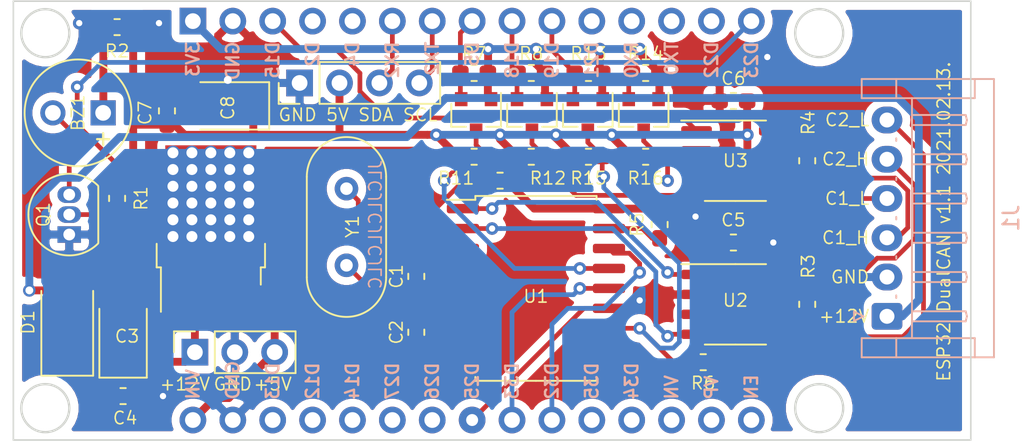
<source format=kicad_pcb>
(kicad_pcb (version 20171130) (host pcbnew "(5.1.5)-3")
  (layers (0 F.Cu signal) (31 B.Cu signal) (34 B.Paste user) (35 F.Paste user hide) (36 B.SilkS user) (37 F.SilkS user) (38 B.Mask user) (39 F.Mask user hide) (44 Edge.Cuts user))
  (net 0 "")
  (net 1 GNDD)
  (net 2 "Net-(C2-Pad1)")
  (net 3 "Net-(C1-Pad1)")
  (net 4 5V)
  (net 5 /MOSI)
  (net 6 /SCK)
  (net 7 /MISO)
  (net 8 /+12V)
  (net 9 /3V3)
  (net 10 /CAN_TX)
  (net 11 /CAN_RX)
  (net 12 /BZ)
  (net 13 "Net-(Q1-Pad2)")
  (net 14 "Net-(BZ1-Pad1)")
  (net 15 "Net-(BZ1-Pad2)")
  (net 16 /IRQ)
  (net 17 /+12V_D)
  (net 18 /MISO_R)
  (net 19 /CAN_RX_R)
  (net 20 /IRQ_R)
  (net 21 /CAN2_L)
  (net 22 /CAN2_H)
  (net 23 /CAN1_L)
  (net 24 /CAN1_H)
  (net 25 "Net-(Q5-Pad3)")
  (net 26 "Net-(Q5-Pad2)")
  (net 27 "Net-(R5-Pad1)")
  (net 28 /CS_CAN)
  (net 29 "Net-(U1-Pad2)")
  (net 30 "Net-(U1-Pad1)")
  (net 31 /TX2)
  (net 32 /RX2)
  (module Resistor_SMD:R_0603_1608Metric_Pad1.05x0.95mm_HandSolder (layer F.Cu) (at 160.51 138.811)
    (fp_text reference R6 (at 0 1.3335) (layer F.SilkS) (effects (font (size 0.8 0.8) (thickness 0.1))))
    (fp_text value 10K)
    (pad 2 smd roundrect (at 0.875 0) (size 1.05 0.95) (layers F.Cu F.Paste F.Mask) (net 4 5V))
    (pad 1 smd roundrect (at -0.875 0) (size 1.05 0.95) (layers F.Cu F.Paste F.Mask) (net 16 /IRQ))
  )
  (module Connector_PinHeader_2.54mm:PinHeader_1x04_P2.54mm_Vertical (layer F.Cu) (at 134.8105 121.031 90)
    (fp_text reference J3 hide)
    (fp_text value Conn_01x04_Male)
    (pad 4 thru_hole oval (at 0 7.62 90) (size 1.7 1.7) (drill 1) (layers *.Cu *.Mask) (net 31 /TX2))
    (pad 3 thru_hole oval (at 0 5.08 90) (size 1.7 1.7) (drill 1) (layers *.Cu *.Mask) (net 32 /RX2))
    (pad 2 thru_hole oval (at 0 2.54 90) (size 1.7 1.7) (drill 1) (layers *.Cu *.Mask) (net 4 5V))
    (pad 1 thru_hole rect (at 0 0 90) (size 1.7 1.7) (drill 1) (layers *.Cu *.Mask) (net 1 GNDD))
  )
  (module Capacitor_SMD:C_0603_1608Metric_Pad1.05x0.95mm_HandSolder (layer F.Cu) (at 162.433 131.191)
    (fp_text reference C5 (at 0 -1.43) (layer F.SilkS) (effects (font (size 0.8 0.8) (thickness 0.1))))
    (fp_text value 100nF)
    (pad 2 smd roundrect (at 0.875 0) (size 1.05 0.95) (layers F.Cu F.Paste F.Mask) (net 4 5V))
    (pad 1 smd roundrect (at -0.875 0) (size 1.05 0.95) (layers F.Cu F.Paste F.Mask) (net 1 GNDD))
  )
  (module Package_SO:SOIC-18W_7.5x11.6mm_P1.27mm (layer F.Cu) (at 149.86 134.112)
    (fp_text reference U1 (at 0 0.508) (layer F.SilkS) (effects (font (size 0.8 0.8) (thickness 0.1))))
    (fp_text value MCP2515-xSO)
    (pad 18 smd roundrect (at 4.65 -5.08) (size 2.05 0.6) (layers F.Cu F.Paste F.Mask) (net 4 5V))
    (pad 17 smd roundrect (at 4.65 -3.81) (size 2.05 0.6) (layers F.Cu F.Paste F.Mask) (net 27 "Net-(R5-Pad1)"))
    (pad 16 smd roundrect (at 4.65 -2.54) (size 2.05 0.6) (layers F.Cu F.Paste F.Mask) (net 28 /CS_CAN))
    (pad 15 smd roundrect (at 4.65 -1.27) (size 2.05 0.6) (layers F.Cu F.Paste F.Mask) (net 7 /MISO))
    (pad 14 smd roundrect (at 4.65 0) (size 2.05 0.6) (layers F.Cu F.Paste F.Mask) (net 5 /MOSI))
    (pad 13 smd roundrect (at 4.65 1.27) (size 2.05 0.6) (layers F.Cu F.Paste F.Mask) (net 6 /SCK))
    (pad 12 smd roundrect (at 4.65 2.54) (size 2.05 0.6) (layers F.Cu F.Paste F.Mask) (net 16 /IRQ))
    (pad 11 smd roundrect (at 4.65 3.81) (size 2.05 0.6) (layers F.Cu F.Paste F.Mask))
    (pad 10 smd roundrect (at 4.65 5.08) (size 2.05 0.6) (layers F.Cu F.Paste F.Mask))
    (pad 9 smd roundrect (at -4.65 5.08) (size 2.05 0.6) (layers F.Cu F.Paste F.Mask) (net 1 GNDD))
    (pad 8 smd roundrect (at -4.65 3.81) (size 2.05 0.6) (layers F.Cu F.Paste F.Mask) (net 2 "Net-(C2-Pad1)"))
    (pad 7 smd roundrect (at -4.65 2.54) (size 2.05 0.6) (layers F.Cu F.Paste F.Mask) (net 3 "Net-(C1-Pad1)"))
    (pad 6 smd roundrect (at -4.65 1.27) (size 2.05 0.6) (layers F.Cu F.Paste F.Mask))
    (pad 5 smd roundrect (at -4.65 0) (size 2.05 0.6) (layers F.Cu F.Paste F.Mask))
    (pad 4 smd roundrect (at -4.65 -1.27) (size 2.05 0.6) (layers F.Cu F.Paste F.Mask))
    (pad 3 smd roundrect (at -4.65 -2.54) (size 2.05 0.6) (layers F.Cu F.Paste F.Mask))
    (pad 2 smd roundrect (at -4.65 -3.81) (size 2.05 0.6) (layers F.Cu F.Paste F.Mask) (net 29 "Net-(U1-Pad2)"))
    (pad 1 smd roundrect (at -4.65 -5.08) (size 2.05 0.6) (layers F.Cu F.Paste F.Mask) (net 30 "Net-(U1-Pad1)"))
  )
  (module Capacitor_SMD:C_0603_1608Metric_Pad1.05x0.95mm_HandSolder (layer F.Cu) (at 147.574 127.254)
    (fp_text reference C9 hide)
    (fp_text value 100nF)
    (pad 2 smd roundrect (at 0.875 0) (size 1.05 0.95) (layers F.Cu F.Paste F.Mask) (net 4 5V))
    (pad 1 smd roundrect (at -0.875 0) (size 1.05 0.95) (layers F.Cu F.Paste F.Mask) (net 1 GNDD))
  )
  (module Resistor_SMD:R_0603_1608Metric_Pad1.05x0.95mm_HandSolder (layer F.Cu) (at 157.734 130.048 90)
    (fp_text reference R5 (at 0 -1.43 90) (layer F.SilkS) (effects (font (size 0.8 0.8) (thickness 0.1))))
    (fp_text value 10K)
    (pad 2 smd roundrect (at 0.875 0 90) (size 1.05 0.95) (layers F.Cu F.Paste F.Mask) (net 4 5V))
    (pad 1 smd roundrect (at -0.875 0 90) (size 1.05 0.95) (layers F.Cu F.Paste F.Mask) (net 27 "Net-(R5-Pad1)"))
  )
  (module Package_SO:SOIC-8_3.9x4.9mm_P1.27mm (layer F.Cu) (at 162.56 135.128)
    (fp_text reference U2 (at 0 -0.254) (layer F.SilkS) (effects (font (size 0.8 0.8) (thickness 0.1))))
    (fp_text value TJA1042T)
    (pad 8 smd roundrect (at 2.475 -1.905) (size 1.95 0.6) (layers F.Cu F.Paste F.Mask) (net 1 GNDD))
    (pad 7 smd roundrect (at 2.475 -0.635) (size 1.95 0.6) (layers F.Cu F.Paste F.Mask) (net 22 /CAN2_H))
    (pad 6 smd roundrect (at 2.475 0.635) (size 1.95 0.6) (layers F.Cu F.Paste F.Mask) (net 21 /CAN2_L))
    (pad 5 smd roundrect (at 2.475 1.905) (size 1.95 0.6) (layers F.Cu F.Paste F.Mask) (net 1 GNDD))
    (pad 4 smd roundrect (at -2.475 1.905) (size 1.95 0.6) (layers F.Cu F.Paste F.Mask) (net 29 "Net-(U1-Pad2)"))
    (pad 3 smd roundrect (at -2.475 0.635) (size 1.95 0.6) (layers F.Cu F.Paste F.Mask) (net 4 5V))
    (pad 2 smd roundrect (at -2.475 -0.635) (size 1.95 0.6) (layers F.Cu F.Paste F.Mask) (net 1 GNDD))
    (pad 1 smd roundrect (at -2.475 -1.905) (size 1.95 0.6) (layers F.Cu F.Paste F.Mask) (net 30 "Net-(U1-Pad1)"))
  )
  (module PSACANBridgeHW_v11:ESP32_shield (layer B.Cu) (at 147.066 128.524 90)
    (fp_text reference U5 hide)
    (fp_text value ESP32)
    (fp_text user D23 (at 8.947143 16.51 270) (layer B.SilkS) (effects (font (size 0.8 0.8)) (justify mirror)))
    (fp_text user EN (at -11.868095 16.51 270) (layer B.SilkS) (effects (font (size 0.8 0.8)) (justify mirror)))
    (fp_text user VP (at -11.90619 13.97 270) (layer B.SilkS) (effects (font (size 0.8 0.8)) (justify mirror)))
    (fp_text user VN (at -11.887142 11.43 270) (layer B.SilkS) (effects (font (size 0.8 0.8)) (justify mirror)))
    (fp_text user D34 (at -11.487142 8.89 270) (layer B.SilkS) (effects (font (size 0.8 0.8)) (justify mirror)))
    (fp_text user D35 (at -11.487142 6.35 270) (layer B.SilkS) (effects (font (size 0.8 0.8)) (justify mirror)))
    (fp_text user D32 (at -11.487142 3.81 270) (layer B.SilkS) (effects (font (size 0.8 0.8)) (justify mirror)))
    (fp_text user D33 (at -11.487142 1.27 270) (layer B.SilkS) (effects (font (size 0.8 0.8)) (justify mirror)))
    (fp_text user D25 (at -11.487142 -1.27 270) (layer B.SilkS) (effects (font (size 0.8 0.8)) (justify mirror)))
    (fp_text user D26 (at -11.487142 -3.81 270) (layer B.SilkS) (effects (font (size 0.8 0.8)) (justify mirror)))
    (fp_text user D27 (at -11.487142 -6.35 270) (layer B.SilkS) (effects (font (size 0.8 0.8)) (justify mirror)))
    (fp_text user D14 (at -11.487142 -8.89 270) (layer B.SilkS) (effects (font (size 0.8 0.8)) (justify mirror)))
    (fp_text user D12 (at -11.487142 -11.43 270) (layer B.SilkS) (effects (font (size 0.8 0.8)) (justify mirror)))
    (fp_text user D13 (at -11.487142 -13.97 270) (layer B.SilkS) (effects (font (size 0.8 0.8)) (justify mirror)))
    (fp_text user GND (at -11.43 -16.51 270) (layer B.SilkS) (effects (font (size 0.8 0.8)) (justify mirror)))
    (fp_text user VIN (at -11.696666 -19.05 270) (layer B.SilkS) (effects (font (size 0.8 0.8)) (justify mirror)))
    (fp_text user D22 (at 8.947143 13.97 270) (layer B.SilkS) (effects (font (size 0.8 0.8)) (justify mirror)))
    (fp_text user TX0 (at 9.042381 11.43 270) (layer B.SilkS) (effects (font (size 0.8 0.8)) (justify mirror)))
    (fp_text user RX0 (at 8.947143 8.89 270) (layer B.SilkS) (effects (font (size 0.8 0.8)) (justify mirror)))
    (fp_text user D21 (at 8.947143 6.35 270) (layer B.SilkS) (effects (font (size 0.8 0.8)) (justify mirror)))
    (fp_text user D19 (at 8.947143 3.81 270) (layer B.SilkS) (effects (font (size 0.8 0.8)) (justify mirror)))
    (fp_text user D18 (at 8.947143 1.27 270) (layer B.SilkS) (effects (font (size 0.8 0.8)) (justify mirror)))
    (fp_text user D5 (at 9.328095 -1.27 270) (layer B.SilkS) (effects (font (size 0.8 0.8)) (justify mirror)))
    (fp_text user TX2 (at 9.042381 -3.81 270) (layer B.SilkS) (effects (font (size 0.8 0.8)) (justify mirror)))
    (fp_text user RX2 (at 8.947143 -6.35 270) (layer B.SilkS) (effects (font (size 0.8 0.8)) (justify mirror)))
    (fp_text user D4 (at 9.328095 -8.89 270) (layer B.SilkS) (effects (font (size 0.8 0.8)) (justify mirror)))
    (fp_text user D2 (at 9.328095 -11.43 270) (layer B.SilkS) (effects (font (size 0.8 0.8)) (justify mirror)))
    (fp_text user D15 (at 8.947143 -13.97 270) (layer B.SilkS) (effects (font (size 0.8 0.8)) (justify mirror)))
    (fp_text user GND (at 8.89 -16.51 270) (layer B.SilkS) (effects (font (size 0.8 0.8)) (justify mirror)))
    (fp_text user 3V3 (at 9.004286 -19.05 270) (layer B.SilkS) (effects (font (size 0.8 0.8)) (justify mirror)))
    (pad 1 thru_hole circle (at -13.97 16.51 90) (size 1.7 1.7) (drill 1) (layers *.Cu *.Mask))
    (pad 2 thru_hole circle (at -13.97 13.97 90) (size 1.7 1.7) (drill 1) (layers *.Cu *.Mask))
    (pad 3 thru_hole circle (at -13.97 11.43 90) (size 1.7 1.7) (drill 1) (layers *.Cu *.Mask))
    (pad 4 thru_hole circle (at -13.97 8.89 90) (size 1.7 1.7) (drill 1) (layers *.Cu *.Mask))
    (pad 5 thru_hole circle (at -13.97 6.35 90) (size 1.7 1.7) (drill 1) (layers *.Cu *.Mask))
    (pad 6 thru_hole circle (at -13.97 3.81 90) (size 1.7 1.7) (drill 1) (layers *.Cu *.Mask) (net 28 /CS_CAN))
    (pad 7 thru_hole circle (at -13.97 1.27 90) (size 1.7 1.7) (drill 1) (layers *.Cu *.Mask) (net 5 /MOSI))
    (pad 8 thru_hole circle (at -13.97 -1.27 90) (size 1.7 1.7) (drill 0.762) (layers *.Cu *.Mask) (net 6 /SCK))
    (pad 9 thru_hole circle (at -13.97 -3.81 90) (size 1.7 1.7) (drill 1) (layers *.Cu *.Mask))
    (pad 10 thru_hole circle (at -13.97 -6.35 90) (size 1.7 1.7) (drill 1) (layers *.Cu *.Mask))
    (pad 11 thru_hole circle (at -13.97 -8.89 90) (size 1.7 1.7) (drill 1) (layers *.Cu *.Mask))
    (pad 12 thru_hole circle (at -13.97 -11.43 90) (size 1.7 1.7) (drill 1) (layers *.Cu *.Mask))
    (pad 13 thru_hole circle (at -13.97 -13.97 90) (size 1.7 1.7) (drill 1) (layers *.Cu *.Mask))
    (pad 14 thru_hole circle (at -13.97 -16.51 90) (size 1.7 1.7) (drill 1) (layers *.Cu *.Mask) (net 1 GNDD))
    (pad 15 thru_hole circle (at -13.97 -19.05 90) (size 1.7 1.7) (drill 1) (layers *.Cu *.Mask) (net 4 5V))
    (pad 16 thru_hole circle (at 11.43 16.51 90) (size 1.7 1.7) (drill 1) (layers *.Cu *.Mask) (net 12 /BZ))
    (pad 17 thru_hole circle (at 11.43 13.97 90) (size 1.7 1.7) (drill 1) (layers *.Cu *.Mask))
    (pad 18 thru_hole circle (at 11.43 11.43 90) (size 1.7 1.7) (drill 1) (layers *.Cu *.Mask))
    (pad 19 thru_hole circle (at 11.43 8.89 90) (size 1.7 1.7) (drill 1) (layers *.Cu *.Mask))
    (pad 20 thru_hole circle (at 11.43 6.35 90) (size 1.7 1.7) (drill 1) (layers *.Cu *.Mask))
    (pad 21 thru_hole oval (at 11.43 3.81 90) (size 1.7 1.7) (drill 1) (layers *.Cu *.Mask) (net 20 /IRQ_R))
    (pad 22 thru_hole circle (at 11.43 1.27 90) (size 1.7 1.7) (drill 1) (layers *.Cu *.Mask) (net 19 /CAN_RX_R))
    (pad 23 thru_hole circle (at 11.43 -1.27 90) (size 1.7 1.7) (drill 1) (layers *.Cu *.Mask) (net 18 /MISO_R))
    (pad 24 thru_hole circle (at 11.43 -3.81 90) (size 1.7 1.7) (drill 1) (layers *.Cu *.Mask) (net 31 /TX2))
    (pad 25 thru_hole circle (at 11.43 -6.35 90) (size 1.7 1.7) (drill 1) (layers *.Cu *.Mask) (net 32 /RX2))
    (pad 26 thru_hole circle (at 11.43 -8.89 90) (size 1.7 1.7) (drill 1) (layers *.Cu *.Mask))
    (pad 27 thru_hole circle (at 11.43 -11.43 90) (size 1.7 1.7) (drill 1) (layers *.Cu *.Mask))
    (pad 28 thru_hole circle (at 11.43 -13.97 90) (size 1.7 1.7) (drill 1) (layers *.Cu *.Mask) (net 10 /CAN_TX))
    (pad 29 thru_hole circle (at 11.43 -16.51 90) (size 1.7 1.7) (drill 1) (layers *.Cu *.Mask) (net 1 GNDD))
    (pad 30 thru_hole rect (at 11.43 -19.05 90) (size 1.7 1.7) (drill 1) (layers *.Cu *.Mask) (net 9 /3V3))
  )
  (module Package_SO:SOIC-8_3.9x4.9mm_P1.27mm (layer F.Cu) (at 162.56 125.984)
    (fp_text reference U3 (at 0 0) (layer F.SilkS) (effects (font (size 0.8 0.8) (thickness 0.1))))
    (fp_text value TJA1042T)
    (pad 8 smd roundrect (at 2.475 -1.905) (size 1.95 0.6) (layers F.Cu F.Paste F.Mask) (net 1 GNDD))
    (pad 7 smd roundrect (at 2.475 -0.635) (size 1.95 0.6) (layers F.Cu F.Paste F.Mask) (net 24 /CAN1_H))
    (pad 6 smd roundrect (at 2.475 0.635) (size 1.95 0.6) (layers F.Cu F.Paste F.Mask) (net 23 /CAN1_L))
    (pad 5 smd roundrect (at 2.475 1.905) (size 1.95 0.6) (layers F.Cu F.Paste F.Mask) (net 1 GNDD))
    (pad 4 smd roundrect (at -2.475 1.905) (size 1.95 0.6) (layers F.Cu F.Paste F.Mask) (net 11 /CAN_RX))
    (pad 3 smd roundrect (at -2.475 0.635) (size 1.95 0.6) (layers F.Cu F.Paste F.Mask) (net 4 5V))
    (pad 2 smd roundrect (at -2.475 -0.635) (size 1.95 0.6) (layers F.Cu F.Paste F.Mask) (net 1 GNDD))
    (pad 1 smd roundrect (at -2.475 -1.905) (size 1.95 0.6) (layers F.Cu F.Paste F.Mask) (net 10 /CAN_TX))
  )
  (module Crystal:Crystal_HC49-4H_Vertical (layer F.Cu) (at 137.795 127.762 270)
    (fp_text reference Y1 (at 2.413 -0.381 90) (layer F.SilkS) (effects (font (size 0.8 0.8) (thickness 0.1))))
    (fp_text value 8MHz)
    (pad 2 thru_hole circle (at 4.88 0 270) (size 1.5 1.5) (drill 0.8) (layers *.Cu *.Mask) (net 2 "Net-(C2-Pad1)"))
    (pad 1 thru_hole circle (at 0 0 270) (size 1.5 1.5) (drill 0.8) (layers *.Cu *.Mask) (net 3 "Net-(C1-Pad1)"))
  )
  (module Package_TO_SOT_SMD:TO-252-2 (layer F.Cu) (at 129.159 130.302 90)
    (fp_text reference U6 hide)
    (fp_text value LM7805_TO220)
    (pad 2 smd rect (at 2.1 0 90) (size 6.4 5.8) (layers F.Cu F.Mask) (net 1 GNDD))
    (pad 3 smd rect (at -4.2 2.28 90) (size 2.2 1.2) (layers F.Cu F.Paste F.Mask) (net 4 5V))
    (pad 1 smd rect (at -4.2 -2.28 90) (size 2.2 1.2) (layers F.Cu F.Paste F.Mask) (net 17 /+12V_D))
  )
  (module Resistor_SMD:R_0603_1608Metric_Pad1.05x0.95mm_HandSolder (layer F.Cu) (at 156.845 125.73)
    (fp_text reference R16 (at 0 1.364) (layer F.SilkS) (effects (font (size 0.8 0.8) (thickness 0.1))))
    (fp_text value 10K)
    (pad 2 smd roundrect (at 0.875 0) (size 1.05 0.95) (layers F.Cu F.Paste F.Mask) (net 25 "Net-(Q5-Pad3)"))
    (pad 1 smd roundrect (at -0.875 0) (size 1.05 0.95) (layers F.Cu F.Paste F.Mask) (net 4 5V))
  )
  (module Resistor_SMD:R_0603_1608Metric_Pad1.05x0.95mm_HandSolder (layer F.Cu) (at 153.204332 125.73)
    (fp_text reference R15 (at 0 1.364) (layer F.SilkS) (effects (font (size 0.8 0.8) (thickness 0.1))))
    (fp_text value 10K)
    (pad 2 smd roundrect (at 0.875 0) (size 1.05 0.95) (layers F.Cu F.Paste F.Mask) (net 16 /IRQ))
    (pad 1 smd roundrect (at -0.875 0) (size 1.05 0.95) (layers F.Cu F.Paste F.Mask) (net 4 5V))
  )
  (module Resistor_SMD:R_0603_1608Metric_Pad1.05x0.95mm_HandSolder (layer F.Cu) (at 156.845 120.396 180)
    (fp_text reference R14 (at 0 1.237) (layer F.SilkS) (effects (font (size 0.8 0.8) (thickness 0.1))))
    (fp_text value 10K)
    (pad 2 smd roundrect (at 0.875 0 180) (size 1.05 0.95) (layers F.Cu F.Paste F.Mask) (net 26 "Net-(Q5-Pad2)"))
    (pad 1 smd roundrect (at -0.875 0 180) (size 1.05 0.95) (layers F.Cu F.Paste F.Mask) (net 9 /3V3))
  )
  (module Resistor_SMD:R_0603_1608Metric_Pad1.05x0.95mm_HandSolder (layer F.Cu) (at 153.204332 120.396 180)
    (fp_text reference R13 (at 0 1.237) (layer F.SilkS) (effects (font (size 0.8 0.8) (thickness 0.1))))
    (fp_text value 10K)
    (pad 2 smd roundrect (at 0.875 0 180) (size 1.05 0.95) (layers F.Cu F.Paste F.Mask) (net 20 /IRQ_R))
    (pad 1 smd roundrect (at -0.875 0 180) (size 1.05 0.95) (layers F.Cu F.Paste F.Mask) (net 9 /3V3))
  )
  (module Resistor_SMD:R_0603_1608Metric_Pad1.05x0.95mm_HandSolder (layer F.Cu) (at 149.563666 125.73)
    (fp_text reference R12 (at 1.058334 1.364) (layer F.SilkS) (effects (font (size 0.8 0.8) (thickness 0.1))))
    (fp_text value 10K)
    (pad 2 smd roundrect (at 0.875 0) (size 1.05 0.95) (layers F.Cu F.Paste F.Mask) (net 11 /CAN_RX))
    (pad 1 smd roundrect (at -0.875 0) (size 1.05 0.95) (layers F.Cu F.Paste F.Mask) (net 4 5V))
  )
  (module Resistor_SMD:R_0603_1608Metric_Pad1.05x0.95mm_HandSolder (layer F.Cu) (at 145.923 125.73)
    (fp_text reference R11 (at -1.143 1.364) (layer F.SilkS) (effects (font (size 0.8 0.8) (thickness 0.1))))
    (fp_text value 10K)
    (pad 2 smd roundrect (at 0.875 0) (size 1.05 0.95) (layers F.Cu F.Paste F.Mask) (net 7 /MISO))
    (pad 1 smd roundrect (at -0.875 0) (size 1.05 0.95) (layers F.Cu F.Paste F.Mask) (net 4 5V))
  )
  (module Resistor_SMD:R_0603_1608Metric_Pad1.05x0.95mm_HandSolder (layer F.Cu) (at 149.563666 120.396 180)
    (fp_text reference R8 (at 0 1.237) (layer F.SilkS) (effects (font (size 0.8 0.8) (thickness 0.1))))
    (fp_text value 10K)
    (pad 2 smd roundrect (at 0.875 0 180) (size 1.05 0.95) (layers F.Cu F.Paste F.Mask) (net 19 /CAN_RX_R))
    (pad 1 smd roundrect (at -0.875 0 180) (size 1.05 0.95) (layers F.Cu F.Paste F.Mask) (net 9 /3V3))
  )
  (module Resistor_SMD:R_0603_1608Metric_Pad1.05x0.95mm_HandSolder (layer F.Cu) (at 145.923 120.396 180)
    (fp_text reference R7 (at 0 1.237) (layer F.SilkS) (effects (font (size 0.8 0.8) (thickness 0.1))))
    (fp_text value 10K)
    (pad 2 smd roundrect (at 0.875 0 180) (size 1.05 0.95) (layers F.Cu F.Paste F.Mask) (net 18 /MISO_R))
    (pad 1 smd roundrect (at -0.875 0 180) (size 1.05 0.95) (layers F.Cu F.Paste F.Mask) (net 9 /3V3))
  )
  (module Resistor_SMD:R_0603_1608Metric_Pad1.05x0.95mm_HandSolder (layer F.Cu) (at 167.132 125.984 270)
    (fp_text reference R4 (at -2.413 -0.0635 90) (layer F.SilkS) (effects (font (size 0.8 0.8) (thickness 0.1))))
    (fp_text value 120)
    (pad 2 smd roundrect (at 0.875 0 270) (size 1.05 0.95) (layers F.Cu F.Paste F.Mask) (net 23 /CAN1_L))
    (pad 1 smd roundrect (at -0.875 0 270) (size 1.05 0.95) (layers F.Cu F.Paste F.Mask) (net 24 /CAN1_H))
  )
  (module Resistor_SMD:R_0603_1608Metric_Pad1.05x0.95mm_HandSolder (layer F.Cu) (at 167.132 135.128 270)
    (fp_text reference R3 (at -2.413 -0.0635 90) (layer F.SilkS) (effects (font (size 0.8 0.8) (thickness 0.1))))
    (fp_text value 120)
    (pad 2 smd roundrect (at 0.875 0 270) (size 1.05 0.95) (layers F.Cu F.Paste F.Mask) (net 21 /CAN2_L))
    (pad 1 smd roundrect (at -0.875 0 270) (size 1.05 0.95) (layers F.Cu F.Paste F.Mask) (net 22 /CAN2_H))
  )
  (module Resistor_SMD:R_0603_1608Metric_Pad1.05x0.95mm_HandSolder (layer F.Cu) (at 123.19 117.475)
    (fp_text reference R2 (at 0 1.524) (layer F.SilkS) (effects (font (size 0.8 0.8) (thickness 0.1))))
    (fp_text value 2.2K)
    (pad 2 smd roundrect (at 0.875 0) (size 1.05 0.95) (layers F.Cu F.Paste F.Mask) (net 4 5V))
    (pad 1 smd roundrect (at -0.875 0) (size 1.05 0.95) (layers F.Cu F.Paste F.Mask) (net 14 "Net-(BZ1-Pad1)"))
  )
  (module Resistor_SMD:R_0603_1608Metric_Pad1.05x0.95mm_HandSolder (layer F.Cu) (at 123.19 128.383 90)
    (fp_text reference R1 (at 0 1.524 90) (layer F.SilkS) (effects (font (size 0.8 0.8) (thickness 0.1))))
    (fp_text value 2.2K)
    (pad 2 smd roundrect (at 0.875 0 90) (size 1.05 0.95) (layers F.Cu F.Paste F.Mask) (net 12 /BZ))
    (pad 1 smd roundrect (at -0.875 0 90) (size 1.05 0.95) (layers F.Cu F.Paste F.Mask) (net 13 "Net-(Q1-Pad2)"))
  )
  (module Package_TO_SOT_SMD:SOT-23 (layer F.Cu) (at 156.718 123.063 270)
    (fp_text reference Q5 hide)
    (fp_text value BSS138)
    (pad 3 smd rect (at 1 0 270) (size 0.9 0.8) (layers F.Cu F.Paste F.Mask) (net 25 "Net-(Q5-Pad3)"))
    (pad 2 smd rect (at -1 0.95 270) (size 0.9 0.8) (layers F.Cu F.Paste F.Mask) (net 26 "Net-(Q5-Pad2)"))
    (pad 1 smd rect (at -1 -0.95 270) (size 0.9 0.8) (layers F.Cu F.Paste F.Mask) (net 9 /3V3))
  )
  (module Package_TO_SOT_SMD:SOT-23 (layer F.Cu) (at 153.162 123.063 270)
    (fp_text reference Q4 hide)
    (fp_text value BSS138)
    (pad 3 smd rect (at 1 0 270) (size 0.9 0.8) (layers F.Cu F.Paste F.Mask) (net 16 /IRQ))
    (pad 2 smd rect (at -1 0.95 270) (size 0.9 0.8) (layers F.Cu F.Paste F.Mask) (net 20 /IRQ_R))
    (pad 1 smd rect (at -1 -0.95 270) (size 0.9 0.8) (layers F.Cu F.Paste F.Mask) (net 9 /3V3))
  )
  (module Package_TO_SOT_SMD:SOT-23 (layer F.Cu) (at 149.606 123.063 270)
    (fp_text reference Q3 hide)
    (fp_text value BSS138)
    (pad 3 smd rect (at 1 0 270) (size 0.9 0.8) (layers F.Cu F.Paste F.Mask) (net 11 /CAN_RX))
    (pad 2 smd rect (at -1 0.95 270) (size 0.9 0.8) (layers F.Cu F.Paste F.Mask) (net 19 /CAN_RX_R))
    (pad 1 smd rect (at -1 -0.95 270) (size 0.9 0.8) (layers F.Cu F.Paste F.Mask) (net 9 /3V3))
  )
  (module Package_TO_SOT_SMD:SOT-23 (layer F.Cu) (at 146.05 123.063 270)
    (fp_text reference Q2 hide)
    (fp_text value BSS138)
    (pad 3 smd rect (at 1 0 270) (size 0.9 0.8) (layers F.Cu F.Paste F.Mask) (net 7 /MISO))
    (pad 2 smd rect (at -1 0.95 270) (size 0.9 0.8) (layers F.Cu F.Paste F.Mask) (net 18 /MISO_R))
    (pad 1 smd rect (at -1 -0.95 270) (size 0.9 0.8) (layers F.Cu F.Paste F.Mask) (net 9 /3V3))
  )
  (module Package_TO_SOT_THT:TO-92_Inline (layer F.Cu) (at 120.142 130.683 90)
    (fp_text reference Q1 (at 1.27 -1.651 90) (layer F.SilkS) (effects (font (size 0.8 0.8) (thickness 0.1))))
    (fp_text value PN2222A)
    (pad 1 thru_hole rect (at 0 0 90) (size 1.05 1.5) (drill 0.75) (layers *.Cu *.Mask) (net 1 GNDD))
    (pad 3 thru_hole oval (at 2.54 0 90) (size 1.05 1.5) (drill 0.75) (layers *.Cu *.Mask) (net 15 "Net-(BZ1-Pad2)"))
    (pad 2 thru_hole oval (at 1.27 0 90) (size 1.05 1.5) (drill 0.75) (layers *.Cu *.Mask) (net 13 "Net-(Q1-Pad2)"))
  )
  (module Connector_PinSocket_2.54mm:PinSocket_1x03_P2.54mm_Vertical (layer F.Cu) (at 128.143 138.176 90)
    (fp_text reference J2 hide)
    (fp_text value Conn_01x03_Male)
    (pad 3 thru_hole oval (at 0 5.08 90) (size 1.7 1.7) (drill 1) (layers *.Cu *.Mask) (net 4 5V))
    (pad 2 thru_hole oval (at 0 2.54 90) (size 1.7 1.7) (drill 1) (layers *.Cu *.Mask) (net 1 GNDD))
    (pad 1 thru_hole rect (at 0 0 90) (size 1.7 1.7) (drill 1) (layers *.Cu *.Mask) (net 17 /+12V_D))
  )
  (module Connector_JST:JST_EH_S06B-EH_1x06_P2.50mm_Horizontal (layer B.Cu) (at 172.212 135.89 90)
    (fp_text reference J1 (at 6.25 7.9 270) (layer B.SilkS) (effects (justify mirror)))
    (fp_text value Conn_01x06_Male)
    (pad 6 thru_hole oval (at 12.5 0 90) (size 1.7 1.95) (drill 0.95) (layers *.Cu *.Mask) (net 21 /CAN2_L))
    (pad 5 thru_hole oval (at 10 0 90) (size 1.7 1.95) (drill 0.95) (layers *.Cu *.Mask) (net 22 /CAN2_H))
    (pad 4 thru_hole oval (at 7.5 0 90) (size 1.7 1.95) (drill 0.95) (layers *.Cu *.Mask) (net 23 /CAN1_L))
    (pad 3 thru_hole oval (at 5 0 90) (size 1.7 1.95) (drill 0.95) (layers *.Cu *.Mask) (net 24 /CAN1_H))
    (pad 2 thru_hole oval (at 2.5 0 90) (size 1.7 1.95) (drill 0.95) (layers *.Cu *.Mask) (net 1 GNDD))
    (pad 1 thru_hole roundrect (at 0 0 90) (size 1.7 1.95) (drill 0.95) (layers *.Cu *.Mask) (roundrect_rratio 0.147059) (net 8 /+12V))
  )
  (module Diode_SMD:D_SMA (layer F.Cu) (at 120.015 136.271 90)
    (fp_text reference D1 (at 0 -2.5 90) (layer F.SilkS) (effects (font (size 0.8 0.8) (thickness 0.1))))
    (fp_text value D_ALT)
    (pad 2 smd rect (at 2 0 90) (size 2.5 1.8) (layers F.Cu F.Paste F.Mask) (net 8 /+12V))
    (pad 1 smd rect (at -2 0 90) (size 2.5 1.8) (layers F.Cu F.Paste F.Mask) (net 17 /+12V_D))
  )
  (module Capacitor_Tantalum_SMD:CP_EIA-3528-21_Kemet-B_Pad1.50x2.35mm_HandSolder (layer F.Cu) (at 130.2385 122.4915 180)
    (fp_text reference C8 (at 0 -0.127 90) (layer F.SilkS) (effects (font (size 0.8 0.8) (thickness 0.1))))
    (fp_text value 47uF)
    (pad 2 smd roundrect (at 1.625 0 180) (size 1.5 2.35) (layers F.Cu F.Paste F.Mask) (roundrect_rratio 0.166667) (net 1 GNDD))
    (pad 1 smd roundrect (at -1.625 0 180) (size 1.5 2.35) (layers F.Cu F.Paste F.Mask) (roundrect_rratio 0.166667) (net 4 5V))
  )
  (module Capacitor_SMD:C_0603_1608Metric_Pad1.05x0.95mm_HandSolder (layer F.Cu) (at 126.365 122.809 270)
    (fp_text reference C7 (at 0.127 1.397 90) (layer F.SilkS) (effects (font (size 0.8 0.8) (thickness 0.1))))
    (fp_text value 100nF)
    (pad 2 smd roundrect (at 0.875 0 270) (size 1.05 0.95) (layers F.Cu F.Paste F.Mask) (net 4 5V))
    (pad 1 smd roundrect (at -0.875 0 270) (size 1.05 0.95) (layers F.Cu F.Paste F.Mask) (net 1 GNDD))
  )
  (module Capacitor_SMD:C_0603_1608Metric_Pad1.05x0.95mm_HandSolder (layer F.Cu) (at 162.433 122.174)
    (fp_text reference C6 (at 0 -1.43) (layer F.SilkS) (effects (font (size 0.8 0.8) (thickness 0.1))))
    (fp_text value 100nF)
    (pad 2 smd roundrect (at 0.875 0) (size 1.05 0.95) (layers F.Cu F.Paste F.Mask) (net 4 5V))
    (pad 1 smd roundrect (at -0.875 0) (size 1.05 0.95) (layers F.Cu F.Paste F.Mask) (net 1 GNDD))
  )
  (module Capacitor_SMD:C_0603_1608Metric_Pad1.05x0.95mm_HandSolder (layer F.Cu) (at 123.571 140.97 180)
    (fp_text reference C4 (at -0.127 -1.397) (layer F.SilkS) (effects (font (size 0.8 0.8) (thickness 0.1))))
    (fp_text value 100nF)
    (pad 2 smd roundrect (at 0.875 0 180) (size 1.05 0.95) (layers F.Cu F.Paste F.Mask) (net 17 /+12V_D))
    (pad 1 smd roundrect (at -0.875 0 180) (size 1.05 0.95) (layers F.Cu F.Paste F.Mask) (net 1 GNDD))
  )
  (module Capacitor_Tantalum_SMD:CP_EIA-3528-21_Kemet-B_Pad1.50x2.35mm_HandSolder (layer F.Cu) (at 123.571 137.16 90)
    (fp_text reference C3 (at 0 0.254 180) (layer F.SilkS) (effects (font (size 0.8 0.8) (thickness 0.1))))
    (fp_text value 33uF)
    (pad 2 smd roundrect (at 1.625 0 90) (size 1.5 2.35) (layers F.Cu F.Paste F.Mask) (roundrect_rratio 0.166667) (net 1 GNDD))
    (pad 1 smd roundrect (at -1.625 0 90) (size 1.5 2.35) (layers F.Cu F.Paste F.Mask) (roundrect_rratio 0.166667) (net 17 /+12V_D))
  )
  (module Capacitor_SMD:C_0603_1608Metric_Pad1.05x0.95mm_HandSolder (layer F.Cu) (at 142.24 136.906 270)
    (fp_text reference C2 (at 0 1.27 90) (layer F.SilkS) (effects (font (size 0.8 0.8) (thickness 0.1))))
    (fp_text value 22pF)
    (pad 2 smd roundrect (at 0.875 0 270) (size 1.05 0.95) (layers F.Cu F.Paste F.Mask) (net 1 GNDD))
    (pad 1 smd roundrect (at -0.875 0 270) (size 1.05 0.95) (layers F.Cu F.Paste F.Mask) (net 2 "Net-(C2-Pad1)"))
  )
  (module Capacitor_SMD:C_0603_1608Metric_Pad1.05x0.95mm_HandSolder (layer F.Cu) (at 142.24 133.35 90)
    (fp_text reference C1 (at 0 -1.27 90) (layer F.SilkS) (effects (font (size 0.8 0.8) (thickness 0.1))))
    (fp_text value 22pF)
    (pad 2 smd roundrect (at 0.875 0 90) (size 1.05 0.95) (layers F.Cu F.Paste F.Mask) (net 1 GNDD))
    (pad 1 smd roundrect (at -0.875 0 90) (size 1.05 0.95) (layers F.Cu F.Paste F.Mask) (net 3 "Net-(C1-Pad1)"))
  )
  (module Buzzer_Beeper:MagneticBuzzer_Kingstate_KCG0601 (layer F.Cu) (at 122.301 122.936 180)
    (fp_text reference BZ1 (at 1.6 0 270) (layer F.SilkS) (effects (font (size 0.8 0.8) (thickness 0.1))))
    (fp_text value Buzzer)
    (fp_text user + (at 0 -1.6) (layer F.SilkS))
    (pad 2 thru_hole circle (at 3.2 0 180) (size 1.6 1.6) (drill 1) (layers *.Cu *.Mask) (net 15 "Net-(BZ1-Pad2)"))
    (pad 1 thru_hole rect (at 0 0 180) (size 1.6 1.6) (drill 1) (layers *.Cu *.Mask) (net 14 "Net-(BZ1-Pad1)"))
  )
  (gr_text GND (at 134.6835 123.063) (layer F.SilkS) (effects (font (size 0.8 0.8) (thickness 0.1))))
  (gr_text 5V (at 137.223507 123.063) (layer F.SilkS) (effects (font (size 0.8 0.8) (thickness 0.1))))
  (gr_text +5V (at 133.096 140.208) (layer F.SilkS) (effects (font (size 0.8 0.8) (thickness 0.1))))
  (gr_text GND (at 130.556 140.208) (layer F.SilkS) (effects (font (size 0.8 0.8) (thickness 0.1))))
  (gr_text +12V (at 127.508 140.208) (layer F.SilkS) (effects (font (size 0.8 0.8) (thickness 0.1))))
  (gr_text +12V (at 169.481524 135.89) (layer F.SilkS) (effects (font (size 0.8 0.8) (thickness 0.1))))
  (gr_text GND (at 169.862476 133.3881) (layer F.SilkS) (effects (font (size 0.8 0.8) (thickness 0.1))))
  (gr_text C1_H (at 169.576762 130.8862) (layer F.SilkS) (effects (font (size 0.8 0.8) (thickness 0.1))))
  (gr_text C1_L (at 169.672 128.3843) (layer F.SilkS) (effects (font (size 0.8 0.8) (thickness 0.1))))
  (gr_text C2_H (at 169.576762 125.8824) (layer F.SilkS) (effects (font (size 0.8 0.8) (thickness 0.1))))
  (gr_text C2_L (at 169.672 123.3805) (layer F.SilkS) (effects (font (size 0.8 0.8) (thickness 0.1))))
  (gr_text JLCJLCJLCJLC (at 139.6365 130.048 90) (layer B.SilkS) (effects (font (size 0.8 0.8) (thickness 0.1)) (justify mirror)))
  (gr_text SCL (at 142.494 123.063) (layer F.SilkS) (effects (font (size 0.8 0.8) (thickness 0.1))))
  (gr_text SDA (at 139.668276 123.063) (layer F.SilkS) (effects (font (size 0.8 0.8) (thickness 0.1))))
  (gr_circle (center 167.894 117.856) (end 168.91 118.999) (layer Edge.Cuts) (width 0.15))
  (gr_circle (center 167.894 141.737282) (end 168.91 142.880282) (layer Edge.Cuts) (width 0.15))
  (gr_circle (center 118.618 141.737282) (end 119.634 142.880282) (layer Edge.Cuts) (width 0.15))
  (gr_circle (center 118.618 117.861282) (end 119.634 119.004282) (layer Edge.Cuts) (width 0.15))
  (gr_text "ESP32 DualCAN v1.1 2021.02.13." (at 175.8315 129.8575 90) (layer F.SilkS) (effects (font (size 0.8 0.8) (thickness 0.1))))
  (gr_line (start 177.546 115.824) (end 177.546 143.764) (layer Edge.Cuts) (width 0.1))
  (gr_line (start 116.586 115.824) (end 177.546 115.824) (layer Edge.Cuts) (width 0.1))
  (gr_line (start 116.586 143.764) (end 116.586 115.824) (layer Edge.Cuts) (width 0.1))
  (gr_line (start 177.546 143.764) (end 116.586 143.764) (layer Edge.Cuts) (width 0.1))
  (via (at 154.178 127) (size 0.8) (drill 0.4) (layers F.Cu B.Cu) (net 16))
  (via (at 152.654 134.112) (size 0.8) (drill 0.4) (layers F.Cu B.Cu) (net 5))
  (via (at 156.464 133.096) (size 0.8) (drill 0.4) (layers F.Cu B.Cu) (net 28))
  (via (at 126.746 125.476) (size 0.9) (drill 0.7) (layers F.Cu B.Cu) (net 1))
  (via (at 158.242 127.254) (size 0.8) (drill 0.4) (layers F.Cu B.Cu) (net 25))
  (via (at 125.857 117.221) (size 0.8) (drill 0.4) (layers F.Cu B.Cu) (net 1))
  (via (at 120.777 117.221) (size 0.8) (drill 0.4) (layers F.Cu B.Cu) (net 1))
  (segment (start 125.857 117.221) (end 120.777 117.221) (width 0.3) (layer B.Cu) (net 1))
  (via (at 126.111 140.97) (size 0.8) (drill 0.4) (layers F.Cu B.Cu) (net 1))
  (via (at 127.9525 125.476) (size 0.9) (drill 0.7) (layers F.Cu B.Cu) (net 1))
  (via (at 129.159 125.476) (size 0.9) (drill 0.7) (layers F.Cu B.Cu) (net 1))
  (via (at 130.3655 125.476) (size 0.9) (drill 0.7) (layers F.Cu B.Cu) (net 1))
  (via (at 131.572 125.476) (size 0.9) (drill 0.7) (layers F.Cu B.Cu) (net 1))
  (via (at 130.3655 126.5428) (size 0.9) (drill 0.7) (layers F.Cu B.Cu) (net 1))
  (via (at 126.746 126.5428) (size 0.9) (drill 0.7) (layers F.Cu B.Cu) (net 1))
  (via (at 127.9525 126.5428) (size 0.9) (drill 0.7) (layers F.Cu B.Cu) (net 1))
  (via (at 129.159 126.5428) (size 0.9) (drill 0.7) (layers F.Cu B.Cu) (net 1))
  (via (at 131.572 126.5428) (size 0.9) (drill 0.7) (layers F.Cu B.Cu) (net 1))
  (via (at 129.159 127.6096) (size 0.9) (drill 0.7) (layers F.Cu B.Cu) (net 1))
  (via (at 127.9525 127.6096) (size 0.9) (drill 0.7) (layers F.Cu B.Cu) (net 1))
  (via (at 131.572 127.6096) (size 0.9) (drill 0.7) (layers F.Cu B.Cu) (net 1))
  (via (at 130.3655 127.6096) (size 0.9) (drill 0.7) (layers F.Cu B.Cu) (net 1))
  (via (at 126.746 127.6096) (size 0.9) (drill 0.7) (layers F.Cu B.Cu) (net 1))
  (via (at 130.3655 128.6764) (size 0.9) (drill 0.7) (layers F.Cu B.Cu) (net 1))
  (via (at 126.746 128.6764) (size 0.9) (drill 0.7) (layers F.Cu B.Cu) (net 1))
  (via (at 127.9525 128.6764) (size 0.9) (drill 0.7) (layers F.Cu B.Cu) (net 1))
  (via (at 129.159 128.6764) (size 0.9) (drill 0.7) (layers F.Cu B.Cu) (net 1))
  (via (at 131.572 128.6764) (size 0.9) (drill 0.7) (layers F.Cu B.Cu) (net 1))
  (via (at 131.572 129.7432) (size 0.9) (drill 0.7) (layers F.Cu B.Cu) (net 1))
  (via (at 127.9525 129.7432) (size 0.9) (drill 0.7) (layers F.Cu B.Cu) (net 1))
  (via (at 126.746 129.7432) (size 0.9) (drill 0.7) (layers F.Cu B.Cu) (net 1))
  (via (at 130.3655 129.7432) (size 0.9) (drill 0.7) (layers F.Cu B.Cu) (net 1))
  (via (at 129.159 129.7432) (size 0.9) (drill 0.7) (layers F.Cu B.Cu) (net 1))
  (via (at 131.572 130.81) (size 0.9) (drill 0.7) (layers F.Cu B.Cu) (net 1))
  (via (at 126.746 130.81) (size 0.9) (drill 0.7) (layers F.Cu B.Cu) (net 1))
  (via (at 129.159 130.81) (size 0.9) (drill 0.7) (layers F.Cu B.Cu) (net 1))
  (via (at 127.9525 130.81) (size 0.9) (drill 0.7) (layers F.Cu B.Cu) (net 1))
  (via (at 130.3655 130.81) (size 0.9) (drill 0.7) (layers F.Cu B.Cu) (net 1))
  (via (at 156.464 134.874) (size 0.8) (drill 0.4) (layers F.Cu B.Cu) (net 1))
  (segment (start 159.958 134.62) (end 160.085 134.493) (width 0.3) (layer F.Cu) (net 1))
  (segment (start 158.242 134.62) (end 159.958 134.62) (width 0.3) (layer F.Cu) (net 1))
  (via (at 160.02 129.54) (size 0.8) (drill 0.4) (layers F.Cu B.Cu) (net 1))
  (via (at 164.973 131.191) (size 0.8) (drill 0.4) (layers F.Cu B.Cu) (net 1))
  (segment (start 145.255876 127.254) (end 146.174 127.254) (width 0.3) (layer F.Cu) (net 1))
  (segment (start 142.24 130.269876) (end 145.255876 127.254) (width 0.3) (layer F.Cu) (net 1))
  (segment (start 146.174 127.254) (end 146.699 127.254) (width 0.3) (layer F.Cu) (net 1))
  (segment (start 142.24 132.475) (end 142.24 130.269876) (width 0.3) (layer F.Cu) (net 1))
  (via (at 130.2385 120.8405) (size 0.8) (drill 0.5) (layers F.Cu B.Cu) (net 1))
  (via (at 164.592 119.38) (size 0.8) (drill 0.4) (layers F.Cu B.Cu) (net 1))
  (via (at 152.654 132.842) (size 0.8) (drill 0.4) (layers F.Cu B.Cu) (net 7))
  (via (at 158.242 133.096) (size 0.8) (drill 0.4) (layers F.Cu B.Cu) (net 30))
  (via (at 158.242 137.16) (size 0.8) (drill 0.4) (layers F.Cu B.Cu) (net 29))
  (segment (start 144.131 137.922) (end 142.24 136.031) (width 0.3) (layer F.Cu) (net 2))
  (segment (start 145.21 137.922) (end 144.131 137.922) (width 0.3) (layer F.Cu) (net 2))
  (segment (start 141.184 136.031) (end 137.795 132.642) (width 0.3) (layer F.Cu) (net 2))
  (segment (start 142.24 136.031) (end 141.184 136.031) (width 0.3) (layer F.Cu) (net 2))
  (segment (start 144.367 136.352) (end 142.24 134.225) (width 0.3) (layer F.Cu) (net 3))
  (segment (start 144.91 136.352) (end 144.367 136.352) (width 0.3) (layer F.Cu) (net 3))
  (segment (start 145.21 136.652) (end 144.91 136.352) (width 0.3) (layer F.Cu) (net 3))
  (segment (start 138.544999 131.004999) (end 141.765 134.225) (width 0.3) (layer F.Cu) (net 3))
  (segment (start 141.765 134.225) (end 142.24 134.225) (width 0.3) (layer F.Cu) (net 3))
  (segment (start 138.544999 128.511999) (end 138.544999 131.004999) (width 0.3) (layer F.Cu) (net 3))
  (segment (start 137.795 127.762) (end 138.544999 128.511999) (width 0.3) (layer F.Cu) (net 3))
  (via (at 143.51 124.333) (size 0.8) (drill 0.4) (layers F.Cu B.Cu) (net 4))
  (segment (start 124.21501 117.62501) (end 124.065 117.475) (width 0.5) (layer F.Cu) (net 4))
  (segment (start 126.718997 132.851999) (end 124.21501 130.348012) (width 0.5) (layer F.Cu) (net 4))
  (segment (start 129.788999 132.851999) (end 126.718997 132.851999) (width 0.5) (layer F.Cu) (net 4))
  (segment (start 131.439 134.502) (end 129.788999 132.851999) (width 0.5) (layer F.Cu) (net 4))
  (segment (start 126.36001 123.68899) (end 126.365 123.684) (width 0.5) (layer F.Cu) (net 4))
  (segment (start 124.21501 123.68899) (end 126.36001 123.68899) (width 0.5) (layer F.Cu) (net 4))
  (segment (start 124.21501 123.68899) (end 124.21501 117.62501) (width 0.5) (layer F.Cu) (net 4))
  (segment (start 124.21501 130.348012) (end 124.21501 123.68899) (width 0.5) (layer F.Cu) (net 4))
  (via (at 147.574 124.333) (size 0.8) (drill 0.4) (layers F.Cu B.Cu) (net 4))
  (via (at 151.13 124.333) (size 0.8) (drill 0.4) (layers F.Cu B.Cu) (net 4))
  (via (at 154.686 124.333) (size 0.8) (drill 0.4) (layers F.Cu B.Cu) (net 4))
  (via (at 163.322 124.333) (size 0.8) (drill 0.4) (layers F.Cu B.Cu) (net 4))
  (segment (start 133.223 136.286) (end 131.439 134.502) (width 0.5) (layer F.Cu) (net 4))
  (segment (start 133.223 138.176) (end 133.223 136.286) (width 0.5) (layer F.Cu) (net 4))
  (segment (start 130.305001 141.093999) (end 133.223 138.176) (width 0.5) (layer F.Cu) (net 4))
  (segment (start 129.416001 141.093999) (end 130.305001 141.093999) (width 0.5) (layer F.Cu) (net 4))
  (segment (start 128.016 142.494) (end 129.416001 141.093999) (width 0.5) (layer F.Cu) (net 4))
  (segment (start 157.593 129.032) (end 157.734 129.173) (width 0.5) (layer F.Cu) (net 4))
  (segment (start 154.51 129.032) (end 157.593 129.032) (width 0.5) (layer F.Cu) (net 4))
  (segment (start 154.686 124.446) (end 155.97 125.73) (width 0.5) (layer F.Cu) (net 4))
  (segment (start 154.686 124.333) (end 154.686 124.446) (width 0.5) (layer F.Cu) (net 4))
  (segment (start 151.13 124.530668) (end 152.329332 125.73) (width 0.5) (layer F.Cu) (net 4))
  (segment (start 151.13 124.333) (end 151.13 124.530668) (width 0.5) (layer F.Cu) (net 4))
  (segment (start 147.574 124.615334) (end 148.688666 125.73) (width 0.5) (layer F.Cu) (net 4))
  (segment (start 147.574 124.333) (end 147.574 124.615334) (width 0.5) (layer F.Cu) (net 4))
  (segment (start 148.688666 127.014334) (end 148.449 127.254) (width 0.5) (layer F.Cu) (net 4))
  (segment (start 148.688666 125.73) (end 148.688666 127.014334) (width 0.5) (layer F.Cu) (net 4))
  (segment (start 144.907 125.73) (end 143.51 124.333) (width 0.5) (layer F.Cu) (net 4))
  (segment (start 145.048 125.73) (end 144.907 125.73) (width 0.5) (layer F.Cu) (net 4))
  (segment (start 153.485 129.032) (end 154.51 129.032) (width 0.5) (layer F.Cu) (net 4))
  (segment (start 149.752 129.032) (end 153.485 129.032) (width 0.5) (layer F.Cu) (net 4))
  (segment (start 148.449 127.729) (end 149.752 129.032) (width 0.5) (layer F.Cu) (net 4))
  (segment (start 148.449 127.254) (end 148.449 127.729) (width 0.5) (layer F.Cu) (net 4))
  (segment (start 143.51 124.333) (end 147.574 124.333) (width 0.5) (layer B.Cu) (net 4))
  (segment (start 147.574 124.333) (end 151.13 124.333) (width 0.5) (layer B.Cu) (net 4))
  (segment (start 151.13 124.333) (end 154.686 124.333) (width 0.5) (layer B.Cu) (net 4))
  (segment (start 163.308 124.319) (end 163.322 124.333) (width 0.5) (layer F.Cu) (net 4))
  (segment (start 163.308 122.174) (end 163.308 124.319) (width 0.5) (layer F.Cu) (net 4))
  (segment (start 163.322 131.177) (end 163.308 131.191) (width 0.5) (layer F.Cu) (net 4))
  (segment (start 154.686 124.333) (end 163.322 124.333) (width 0.5) (layer B.Cu) (net 4))
  (segment (start 163.2585 126.619) (end 160.085 126.619) (width 0.5) (layer F.Cu) (net 4))
  (segment (start 163.322 126.5555) (end 163.322 131.177) (width 0.5) (layer F.Cu) (net 4))
  (segment (start 163.322 126.5555) (end 163.2585 126.619) (width 0.5) (layer F.Cu) (net 4))
  (segment (start 163.322 124.333) (end 163.322 126.5555) (width 0.5) (layer F.Cu) (net 4))
  (segment (start 142.944315 124.333) (end 143.51 124.333) (width 0.5) (layer F.Cu) (net 4))
  (segment (start 126.84 123.684) (end 127.489 124.333) (width 0.5) (layer F.Cu) (net 4))
  (segment (start 126.365 123.684) (end 126.84 123.684) (width 0.5) (layer F.Cu) (net 4))
  (segment (start 132.08 124.333) (end 132.054 124.307) (width 0.5) (layer F.Cu) (net 4))
  (segment (start 131.8635 124.1685) (end 131.8635 122.4915) (width 0.5) (layer F.Cu) (net 4))
  (segment (start 131.699 124.333) (end 131.8635 124.1685) (width 0.5) (layer F.Cu) (net 4))
  (segment (start 131.699 124.333) (end 132.08 124.333) (width 0.5) (layer F.Cu) (net 4))
  (segment (start 127.489 124.333) (end 131.699 124.333) (width 0.5) (layer F.Cu) (net 4))
  (segment (start 137.3505 124.2695) (end 137.3505 121.031) (width 0.5) (layer F.Cu) (net 4))
  (segment (start 137.287 124.333) (end 137.3505 124.2695) (width 0.5) (layer F.Cu) (net 4))
  (segment (start 137.287 124.333) (end 142.944315 124.333) (width 0.5) (layer F.Cu) (net 4))
  (segment (start 132.08 124.333) (end 137.287 124.333) (width 0.5) (layer F.Cu) (net 4))
  (segment (start 163.308 135.65) (end 163.195 135.763) (width 0.5) (layer F.Cu) (net 4))
  (segment (start 163.195 135.763) (end 160.085 135.763) (width 0.5) (layer F.Cu) (net 4))
  (segment (start 163.308 135.65) (end 163.308 137.7485) (width 0.5) (layer F.Cu) (net 4))
  (segment (start 163.308 131.191) (end 163.308 135.65) (width 0.5) (layer F.Cu) (net 4))
  (segment (start 162.2455 138.811) (end 163.308 137.7485) (width 0.5) (layer F.Cu) (net 4))
  (segment (start 161.385 138.811) (end 162.2455 138.811) (width 0.5) (layer F.Cu) (net 4))
  (segment (start 152.254001 134.511999) (end 149.460001 134.511999) (width 0.3) (layer B.Cu) (net 5))
  (segment (start 152.654 134.112) (end 152.254001 134.511999) (width 0.3) (layer B.Cu) (net 5))
  (segment (start 148.336 135.636) (end 148.336 142.494) (width 0.3) (layer B.Cu) (net 5))
  (segment (start 149.460001 134.511999) (end 148.336 135.636) (width 0.3) (layer B.Cu) (net 5))
  (segment (start 154.51 134.112) (end 152.654 134.112) (width 0.3) (layer F.Cu) (net 5))
  (segment (start 152.908 135.382) (end 154.51 135.382) (width 0.3) (layer F.Cu) (net 6))
  (segment (start 145.796 142.494) (end 152.908 135.382) (width 0.3) (layer F.Cu) (net 6))
  (via (at 144.018 127.254) (size 0.8) (drill 0.4) (layers F.Cu B.Cu) (net 7))
  (segment (start 144.018 127.819685) (end 144.018 127.254) (width 0.3) (layer B.Cu) (net 7))
  (segment (start 144.018 128.364002) (end 144.018 127.819685) (width 0.3) (layer B.Cu) (net 7))
  (segment (start 148.495998 132.842) (end 144.018 128.364002) (width 0.3) (layer B.Cu) (net 7))
  (segment (start 152.654 132.842) (end 148.495998 132.842) (width 0.3) (layer B.Cu) (net 7))
  (segment (start 154.51 132.842) (end 152.654 132.842) (width 0.3) (layer F.Cu) (net 7))
  (segment (start 146.05 124.982) (end 146.798 125.73) (width 0.3) (layer F.Cu) (net 7))
  (segment (start 146.05 124.063) (end 146.05 124.982) (width 0.3) (layer F.Cu) (net 7))
  (segment (start 145.77401 126.75399) (end 146.798 125.73) (width 0.3) (layer F.Cu) (net 7))
  (segment (start 144.51801 126.75399) (end 145.77401 126.75399) (width 0.3) (layer F.Cu) (net 7))
  (segment (start 144.018 127.254) (end 144.51801 126.75399) (width 0.3) (layer F.Cu) (net 7))
  (segment (start 166.892 134.493) (end 167.132 134.253) (width 0.3) (layer F.Cu) (net 22))
  (segment (start 165.035 134.493) (end 166.892 134.493) (width 0.3) (layer F.Cu) (net 22))
  (segment (start 172.31712 125.89) (end 172.212 125.89) (width 0.3) (layer F.Cu) (net 22))
  (segment (start 174.03702 127.6099) (end 172.31712 125.89) (width 0.3) (layer F.Cu) (net 22))
  (segment (start 169.52693 134.253) (end 171.58994 132.18999) (width 0.3) (layer F.Cu) (net 22))
  (segment (start 167.132 134.253) (end 169.52693 134.253) (width 0.3) (layer F.Cu) (net 22))
  (segment (start 171.58994 132.18999) (end 172.73408 132.18999) (width 0.3) (layer F.Cu) (net 22))
  (segment (start 174.03702 130.88705) (end 174.03702 127.6099) (width 0.3) (layer F.Cu) (net 22))
  (segment (start 172.73408 132.18999) (end 174.03702 130.88705) (width 0.3) (layer F.Cu) (net 22))
  (segment (start 172.212 123.39) (end 172.212 124.06793) (width 0.3) (layer F.Cu) (net 21))
  (segment (start 166.892 135.763) (end 167.132 136.003) (width 0.3) (layer F.Cu) (net 21))
  (segment (start 165.035 135.763) (end 166.892 135.763) (width 0.3) (layer F.Cu) (net 21))
  (segment (start 172.337 123.39) (end 172.212 123.39) (width 0.3) (layer F.Cu) (net 21))
  (segment (start 174.53703 125.59003) (end 172.337 123.39) (width 0.3) (layer F.Cu) (net 21))
  (segment (start 170.46401 137.19001) (end 173.226956 137.19001) (width 0.3) (layer F.Cu) (net 21))
  (segment (start 169.277 136.003) (end 170.46401 137.19001) (width 0.3) (layer F.Cu) (net 21))
  (segment (start 173.226956 137.19001) (end 174.53703 135.879936) (width 0.3) (layer F.Cu) (net 21))
  (segment (start 174.53703 135.879936) (end 174.53703 125.59003) (width 0.3) (layer F.Cu) (net 21))
  (segment (start 169.277 136.003) (end 167.132 136.003) (width 0.3) (layer F.Cu) (net 21))
  (segment (start 166.892 126.619) (end 167.132 126.859) (width 0.3) (layer F.Cu) (net 23))
  (segment (start 165.035 126.619) (end 166.892 126.619) (width 0.3) (layer F.Cu) (net 23))
  (segment (start 167.132 126.859) (end 168.64988 126.859) (width 0.3) (layer F.Cu) (net 23))
  (segment (start 170.18088 128.39) (end 172.212 128.39) (width 0.3) (layer F.Cu) (net 23))
  (segment (start 168.64988 126.859) (end 170.18088 128.39) (width 0.3) (layer F.Cu) (net 23))
  (segment (start 172.212 130.89) (end 172.337 130.89) (width 0.3) (layer B.Cu) (net 24))
  (segment (start 166.892 125.349) (end 167.132 125.109) (width 0.3) (layer F.Cu) (net 24))
  (segment (start 165.035 125.349) (end 166.892 125.349) (width 0.3) (layer F.Cu) (net 24))
  (segment (start 167.607 125.109) (end 167.132 125.109) (width 0.3) (layer F.Cu) (net 24))
  (segment (start 172.73408 127.09001) (end 169.58801 127.09001) (width 0.3) (layer F.Cu) (net 24))
  (segment (start 173.53701 127.89294) (end 172.73408 127.09001) (width 0.3) (layer F.Cu) (net 24))
  (segment (start 169.58801 127.09001) (end 167.607 125.109) (width 0.3) (layer F.Cu) (net 24))
  (segment (start 173.53701 130.24699) (end 173.53701 127.89294) (width 0.3) (layer F.Cu) (net 24))
  (segment (start 172.894 130.89) (end 173.53701 130.24699) (width 0.3) (layer F.Cu) (net 24))
  (segment (start 172.212 130.89) (end 172.894 130.89) (width 0.3) (layer F.Cu) (net 24))
  (segment (start 117.602 134.239) (end 119.983 134.239) (width 0.5) (layer F.Cu) (net 8))
  (segment (start 119.983 134.239) (end 120.015 134.271) (width 0.5) (layer F.Cu) (net 8))
  (via (at 117.602 134.239) (size 0.8) (drill 0.5) (layers F.Cu B.Cu) (net 8))
  (segment (start 117.602 128.937707) (end 117.602 134.239) (width 0.5) (layer B.Cu) (net 8))
  (segment (start 119.471717 127.06799) (end 117.602 128.937707) (width 0.5) (layer B.Cu) (net 8))
  (segment (start 120.759012 127.06799) (end 119.471717 127.06799) (width 0.5) (layer B.Cu) (net 8))
  (segment (start 174.23702 123.310107) (end 172.916903 121.98999) (width 0.5) (layer B.Cu) (net 8))
  (segment (start 174.23702 134.83998) (end 174.23702 123.310107) (width 0.5) (layer B.Cu) (net 8))
  (segment (start 173.187 135.89) (end 174.23702 134.83998) (width 0.5) (layer B.Cu) (net 8))
  (segment (start 172.212 135.89) (end 173.187 135.89) (width 0.5) (layer B.Cu) (net 8))
  (segment (start 141.631481 124.475999) (end 123.351003 124.475999) (width 0.5) (layer B.Cu) (net 8))
  (segment (start 144.11749 121.98999) (end 141.631481 124.475999) (width 0.5) (layer B.Cu) (net 8))
  (segment (start 123.351003 124.475999) (end 120.759012 127.06799) (width 0.5) (layer B.Cu) (net 8))
  (segment (start 172.916903 121.98999) (end 144.11749 121.98999) (width 0.5) (layer B.Cu) (net 8))
  (via (at 146.812 118.872) (size 0.8) (drill 0.4) (layers F.Cu B.Cu) (net 9))
  (via (at 149.86 118.872) (size 0.8) (drill 0.4) (layers F.Cu B.Cu) (net 9))
  (via (at 153.924 118.872) (size 0.8) (drill 0.4) (layers F.Cu B.Cu) (net 9))
  (via (at 156.464 118.872) (size 0.8) (drill 0.4) (layers F.Cu B.Cu) (net 9))
  (segment (start 129.794 118.872) (end 145.542 118.872) (width 0.5) (layer B.Cu) (net 9))
  (segment (start 128.016 117.094) (end 129.794 118.872) (width 0.5) (layer B.Cu) (net 9))
  (segment (start 145.542 118.872) (end 149.225 118.872) (width 0.5) (layer B.Cu) (net 9))
  (segment (start 149.225 118.872) (end 152.781 118.872) (width 0.5) (layer B.Cu) (net 9))
  (segment (start 152.781 118.872) (end 156.464 118.872) (width 0.5) (layer B.Cu) (net 9))
  (segment (start 157.72 122.011) (end 157.668 122.063) (width 0.5) (layer F.Cu) (net 9))
  (segment (start 157.72 120.396) (end 157.72 122.011) (width 0.5) (layer F.Cu) (net 9))
  (segment (start 156.464 119.14) (end 157.72 120.396) (width 0.5) (layer F.Cu) (net 9))
  (segment (start 156.464 118.872) (end 156.464 119.14) (width 0.5) (layer F.Cu) (net 9))
  (segment (start 153.924 120.240668) (end 154.079332 120.396) (width 0.5) (layer F.Cu) (net 9))
  (segment (start 153.924 118.872) (end 153.924 120.240668) (width 0.5) (layer F.Cu) (net 9))
  (segment (start 149.86 119.817334) (end 150.438666 120.396) (width 0.5) (layer F.Cu) (net 9))
  (segment (start 149.86 118.872) (end 149.86 119.817334) (width 0.5) (layer F.Cu) (net 9))
  (segment (start 146.812 120.382) (end 146.798 120.396) (width 0.5) (layer F.Cu) (net 9))
  (segment (start 146.812 118.872) (end 146.812 120.382) (width 0.5) (layer F.Cu) (net 9))
  (segment (start 146.798 121.861) (end 147 122.063) (width 0.5) (layer F.Cu) (net 9))
  (segment (start 146.798 120.396) (end 146.798 121.861) (width 0.5) (layer F.Cu) (net 9))
  (segment (start 150.438666 121.945666) (end 150.556 122.063) (width 0.5) (layer F.Cu) (net 9))
  (segment (start 150.438666 120.396) (end 150.438666 121.945666) (width 0.5) (layer F.Cu) (net 9))
  (segment (start 154.079332 122.030332) (end 154.112 122.063) (width 0.5) (layer F.Cu) (net 9))
  (segment (start 154.079332 120.396) (end 154.079332 122.030332) (width 0.5) (layer F.Cu) (net 9))
  (segment (start 138.650501 121.567003) (end 138.650501 120.406999) (width 0.3) (layer F.Cu) (net 10))
  (segment (start 140.346497 123.262999) (end 138.650501 121.567003) (width 0.3) (layer F.Cu) (net 10))
  (segment (start 138.650501 120.406999) (end 137.052002 118.8085) (width 0.3) (layer F.Cu) (net 10))
  (segment (start 160.085 124.079) (end 159.268999 123.262999) (width 0.3) (layer F.Cu) (net 10))
  (segment (start 159.268999 123.262999) (end 140.346497 123.262999) (width 0.3) (layer F.Cu) (net 10))
  (segment (start 134.8105 118.8085) (end 133.096 117.094) (width 0.3) (layer F.Cu) (net 10))
  (segment (start 137.052002 118.8085) (end 134.8105 118.8085) (width 0.3) (layer F.Cu) (net 10))
  (segment (start 160.339 127.889) (end 160.223999 128.004001) (width 0.3) (layer F.Cu) (net 11))
  (segment (start 160.085 127.889) (end 159.969999 128.004001) (width 0.3) (layer F.Cu) (net 11))
  (segment (start 149.606 124.897334) (end 150.438666 125.73) (width 0.3) (layer F.Cu) (net 11))
  (segment (start 149.606 124.063) (end 149.606 124.897334) (width 0.3) (layer F.Cu) (net 11))
  (segment (start 159.785 128.189) (end 160.085 127.889) (width 0.3) (layer F.Cu) (net 11))
  (segment (start 152.422666 128.189) (end 159.785 128.189) (width 0.3) (layer F.Cu) (net 11))
  (segment (start 150.438666 126.205) (end 152.422666 128.189) (width 0.3) (layer F.Cu) (net 11))
  (segment (start 150.438666 125.73) (end 150.438666 126.205) (width 0.3) (layer F.Cu) (net 11))
  (segment (start 123.19 126.235002) (end 123.19 127.508) (width 0.3) (layer F.Cu) (net 12))
  (segment (start 120.65 121.285) (end 120.65 123.695002) (width 0.3) (layer F.Cu) (net 12))
  (segment (start 120.65 123.695002) (end 123.19 126.235002) (width 0.3) (layer F.Cu) (net 12))
  (segment (start 122.212999 119.722001) (end 120.65 121.285) (width 0.3) (layer B.Cu) (net 12))
  (segment (start 163.576 117.094) (end 160.947999 119.722001) (width 0.3) (layer B.Cu) (net 12))
  (via (at 120.65 121.285) (size 0.8) (drill 0.4) (layers F.Cu B.Cu) (net 12))
  (segment (start 160.947999 119.722001) (end 122.212999 119.722001) (width 0.3) (layer B.Cu) (net 12))
  (segment (start 123.035 129.413) (end 123.19 129.258) (width 0.3) (layer F.Cu) (net 13))
  (segment (start 120.142 129.413) (end 123.035 129.413) (width 0.3) (layer F.Cu) (net 13))
  (segment (start 122.315 122.922) (end 122.301 122.936) (width 0.5) (layer F.Cu) (net 14))
  (segment (start 122.315 117.475) (end 122.315 122.922) (width 0.5) (layer F.Cu) (net 14))
  (segment (start 120.142 123.977) (end 119.101 122.936) (width 0.3) (layer F.Cu) (net 15))
  (segment (start 120.142 128.143) (end 120.142 123.977) (width 0.3) (layer F.Cu) (net 15))
  (via (at 156.464 136.652) (size 0.8) (drill 0.4) (layers F.Cu B.Cu) (net 16))
  (segment (start 154.51 136.652) (end 156.464 136.652) (width 0.3) (layer F.Cu) (net 16))
  (segment (start 158.992001 137.520001) (end 158.992001 132.518316) (width 0.3) (layer B.Cu) (net 16))
  (segment (start 158.602001 137.910001) (end 158.992001 137.520001) (width 0.3) (layer B.Cu) (net 16))
  (segment (start 157.722001 137.910001) (end 158.602001 137.910001) (width 0.3) (layer B.Cu) (net 16))
  (segment (start 156.464 136.652) (end 157.722001 137.910001) (width 0.3) (layer B.Cu) (net 16))
  (segment (start 153.162 124.812668) (end 154.079332 125.73) (width 0.3) (layer F.Cu) (net 16))
  (segment (start 153.162 124.063) (end 153.162 124.812668) (width 0.3) (layer F.Cu) (net 16))
  (segment (start 154.079332 126.901332) (end 154.178 127) (width 0.3) (layer F.Cu) (net 16))
  (segment (start 154.079332 125.73) (end 154.079332 126.901332) (width 0.3) (layer F.Cu) (net 16))
  (segment (start 154.178 127.704315) (end 158.992001 132.518316) (width 0.3) (layer B.Cu) (net 16))
  (segment (start 154.178 127) (end 154.178 127.704315) (width 0.3) (layer B.Cu) (net 16))
  (segment (start 158.623 138.811) (end 159.635 138.811) (width 0.3) (layer F.Cu) (net 16))
  (segment (start 156.464 136.652) (end 158.623 138.811) (width 0.3) (layer F.Cu) (net 16))
  (segment (start 123.057 138.271) (end 123.571 138.785) (width 0.5) (layer F.Cu) (net 17))
  (segment (start 120.015 138.271) (end 123.057 138.271) (width 0.5) (layer F.Cu) (net 17))
  (segment (start 127.534 138.785) (end 128.143 138.176) (width 0.5) (layer F.Cu) (net 17))
  (segment (start 123.571 138.785) (end 127.534 138.785) (width 0.5) (layer F.Cu) (net 17))
  (segment (start 128.143 135.766) (end 126.879 134.502) (width 0.5) (layer F.Cu) (net 17))
  (segment (start 128.143 138.176) (end 128.143 135.766) (width 0.5) (layer F.Cu) (net 17))
  (segment (start 122.696 139.66) (end 123.571 138.785) (width 0.5) (layer F.Cu) (net 17))
  (segment (start 122.696 140.97) (end 122.696 139.66) (width 0.5) (layer F.Cu) (net 17))
  (segment (start 151.059332 117.277332) (end 150.876 117.094) (width 0.3) (layer F.Cu) (net 20))
  (segment (start 145.048 122.011) (end 145.1 122.063) (width 0.3) (layer F.Cu) (net 18))
  (segment (start 145.048 120.396) (end 145.048 122.011) (width 0.3) (layer F.Cu) (net 18))
  (segment (start 145.048 117.842) (end 145.796 117.094) (width 0.3) (layer F.Cu) (net 18))
  (segment (start 145.048 120.396) (end 145.048 117.842) (width 0.3) (layer F.Cu) (net 18))
  (segment (start 148.336 120.043334) (end 148.688666 120.396) (width 0.3) (layer F.Cu) (net 19))
  (segment (start 148.336 117.094) (end 148.336 120.043334) (width 0.3) (layer F.Cu) (net 19))
  (segment (start 148.656 120.428666) (end 148.688666 120.396) (width 0.3) (layer F.Cu) (net 19))
  (segment (start 148.656 122.063) (end 148.656 120.428666) (width 0.3) (layer F.Cu) (net 19))
  (segment (start 150.876 118.942668) (end 152.329332 120.396) (width 0.3) (layer F.Cu) (net 20))
  (segment (start 150.876 117.094) (end 150.876 118.942668) (width 0.3) (layer F.Cu) (net 20))
  (segment (start 152.329332 121.945668) (end 152.212 122.063) (width 0.3) (layer F.Cu) (net 20))
  (segment (start 152.329332 120.396) (end 152.329332 121.945668) (width 0.3) (layer F.Cu) (net 20))
  (segment (start 156.718 124.728) (end 157.72 125.73) (width 0.3) (layer F.Cu) (net 25))
  (segment (start 156.718 124.063) (end 156.718 124.728) (width 0.3) (layer F.Cu) (net 25))
  (segment (start 158.242 126.252) (end 157.72 125.73) (width 0.3) (layer F.Cu) (net 25))
  (segment (start 158.242 127.254) (end 158.242 126.252) (width 0.3) (layer F.Cu) (net 25))
  (segment (start 155.768 120.598) (end 155.97 120.396) (width 0.3) (layer F.Cu) (net 26))
  (segment (start 155.768 122.063) (end 155.768 120.598) (width 0.3) (layer F.Cu) (net 26))
  (segment (start 155.535 130.302) (end 154.51 130.302) (width 0.3) (layer F.Cu) (net 27))
  (segment (start 157.259 130.923) (end 156.638 130.302) (width 0.3) (layer F.Cu) (net 27))
  (segment (start 156.638 130.302) (end 155.535 130.302) (width 0.3) (layer F.Cu) (net 27))
  (segment (start 157.734 130.923) (end 157.259 130.923) (width 0.3) (layer F.Cu) (net 27))
  (segment (start 156.464 133.096) (end 154.178 135.382) (width 0.3) (layer B.Cu) (net 28))
  (segment (start 154.178 135.382) (end 151.892 135.382) (width 0.3) (layer B.Cu) (net 28))
  (segment (start 150.876 136.398) (end 150.876 142.494) (width 0.3) (layer B.Cu) (net 28))
  (segment (start 151.892 135.382) (end 150.876 136.398) (width 0.3) (layer B.Cu) (net 28))
  (segment (start 156.464 132.530315) (end 156.464 133.096) (width 0.3) (layer F.Cu) (net 28))
  (segment (start 154.81 131.872) (end 155.805685 131.872) (width 0.3) (layer F.Cu) (net 28))
  (segment (start 155.805685 131.872) (end 156.464 132.530315) (width 0.3) (layer F.Cu) (net 28))
  (segment (start 154.51 131.572) (end 154.81 131.872) (width 0.3) (layer F.Cu) (net 28))
  (segment (start 158.369 137.033) (end 158.242 137.16) (width 0.3) (layer F.Cu) (net 29))
  (segment (start 160.085 137.033) (end 158.369 137.033) (width 0.3) (layer F.Cu) (net 29))
  (via (at 147.066 130.302) (size 0.8) (drill 0.4) (layers F.Cu B.Cu) (net 29))
  (segment (start 145.21 130.302) (end 147.066 130.302) (width 0.3) (layer F.Cu) (net 29))
  (segment (start 147.631685 130.302) (end 147.066 130.302) (width 0.3) (layer B.Cu) (net 29))
  (segment (start 157.491999 133.053119) (end 154.74088 130.302) (width 0.3) (layer B.Cu) (net 29))
  (segment (start 157.491999 136.409999) (end 157.491999 133.053119) (width 0.3) (layer B.Cu) (net 29))
  (segment (start 154.74088 130.302) (end 147.631685 130.302) (width 0.3) (layer B.Cu) (net 29))
  (segment (start 158.242 137.16) (end 157.491999 136.409999) (width 0.3) (layer B.Cu) (net 29))
  (segment (start 158.369 133.223) (end 158.242 133.096) (width 0.3) (layer F.Cu) (net 30))
  (segment (start 160.085 133.223) (end 158.369 133.223) (width 0.3) (layer F.Cu) (net 30))
  (via (at 147.066 129.032) (size 0.8) (drill 0.4) (layers F.Cu B.Cu) (net 30))
  (segment (start 145.21 129.032) (end 147.066 129.032) (width 0.3) (layer F.Cu) (net 30))
  (segment (start 153.778001 128.632001) (end 157.842001 132.696001) (width 0.3) (layer B.Cu) (net 30))
  (segment (start 157.842001 132.696001) (end 158.242 133.096) (width 0.3) (layer B.Cu) (net 30))
  (segment (start 147.465999 128.632001) (end 153.778001 128.632001) (width 0.3) (layer B.Cu) (net 30))
  (segment (start 147.066 129.032) (end 147.465999 128.632001) (width 0.3) (layer B.Cu) (net 30))
  (segment (start 143.256 120.2055) (end 142.4305 121.031) (width 0.3) (layer F.Cu) (net 31))
  (segment (start 143.256 117.094) (end 143.256 120.2055) (width 0.3) (layer F.Cu) (net 31))
  (segment (start 140.716 120.2055) (end 139.8905 121.031) (width 0.3) (layer F.Cu) (net 32))
  (segment (start 140.716 117.094) (end 140.716 120.2055) (width 0.3) (layer F.Cu) (net 32))
  (zone (net 1) (net_name GNDD) (layer F.Cu) (connect_pads (clearance 0.508)) (min_thickness 0.254) (fill yes (arc_segments 32) (thermal_gap 0.508) (thermal_bridge_width 0.508))
    (polygon (pts (xy 177.546 143.764) (xy 116.586 143.764) (xy 116.586 115.824) (xy 177.546 115.824)))
  )
  (zone (net 1) (net_name GNDD) (layer B.Cu) (connect_pads (clearance 0.508)) (min_thickness 0.254) (fill yes (arc_segments 32) (thermal_gap 0.508) (thermal_bridge_width 0.508))
    (polygon (pts (xy 177.546 143.764) (xy 116.586 143.764) (xy 116.586 115.824) (xy 177.546 115.824)))
  )
)
</source>
